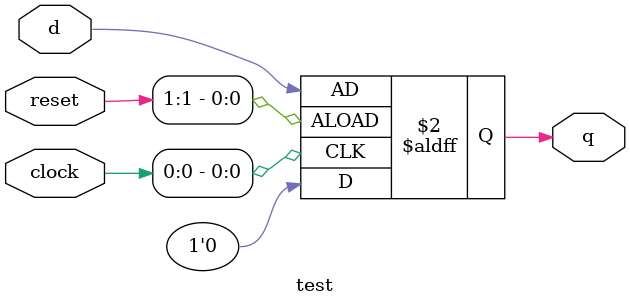
<source format=v>
module test (d, clock, reset, q);
input d;
input [1:0] clock, reset;
output q;
reg q;
always @( posedge clock[0] or negedge reset[1] ) //warning here
if ( reset[1] )
q <= 1'b0;
else
q <= d;
endmodule

</source>
